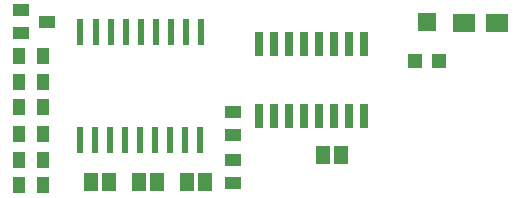
<source format=gbr>
G04 EAGLE Gerber RS-274X export*
G75*
%MOMM*%
%FSLAX34Y34*%
%LPD*%
%INSolderpaste Top*%
%IPPOS*%
%AMOC8*
5,1,8,0,0,1.08239X$1,22.5*%
G01*
%ADD10R,0.600000X2.200000*%
%ADD11R,0.660400X2.032000*%
%ADD12R,1.100000X1.400000*%
%ADD13R,1.168400X1.600200*%
%ADD14R,1.400000X1.100000*%
%ADD15R,1.400000X1.000000*%
%ADD16R,1.500000X1.600000*%
%ADD17R,1.200000X1.200000*%
%ADD18R,1.950000X1.500000*%


D10*
X87630Y65760D03*
X139030Y157760D03*
X74930Y65760D03*
X100330Y65760D03*
X113030Y65760D03*
X126330Y157760D03*
X151730Y157760D03*
X164430Y157760D03*
X138430Y65760D03*
X125730Y65760D03*
X151130Y65760D03*
X163830Y65760D03*
X113630Y157760D03*
X100930Y157760D03*
X87930Y157760D03*
X74930Y157760D03*
X176530Y65760D03*
X177130Y157760D03*
D11*
X314960Y147574D03*
X314960Y86106D03*
X302260Y147574D03*
X289560Y147574D03*
X302260Y86106D03*
X289560Y86106D03*
X276860Y147574D03*
X276860Y86106D03*
X264160Y147574D03*
X264160Y86106D03*
X251460Y147574D03*
X238760Y147574D03*
X251460Y86106D03*
X238760Y86106D03*
X226060Y147574D03*
X226060Y86106D03*
D12*
X23020Y71120D03*
X43020Y71120D03*
X23020Y93980D03*
X43020Y93980D03*
X23020Y115570D03*
X43020Y115570D03*
D13*
X83820Y30480D03*
X99060Y30480D03*
X139700Y30480D03*
X124460Y30480D03*
X180340Y30480D03*
X165100Y30480D03*
D12*
X43020Y49530D03*
X23020Y49530D03*
X43020Y27940D03*
X23020Y27940D03*
D14*
X204470Y70010D03*
X204470Y90010D03*
D13*
X295910Y53340D03*
X280670Y53340D03*
D15*
X46560Y166370D03*
X24560Y156870D03*
X24560Y175870D03*
D12*
X43020Y137160D03*
X23020Y137160D03*
D16*
X368300Y166130D03*
D17*
X358300Y132880D03*
X378300Y132880D03*
D18*
X400270Y165100D03*
X427770Y165100D03*
D14*
X204470Y29370D03*
X204470Y49370D03*
M02*

</source>
